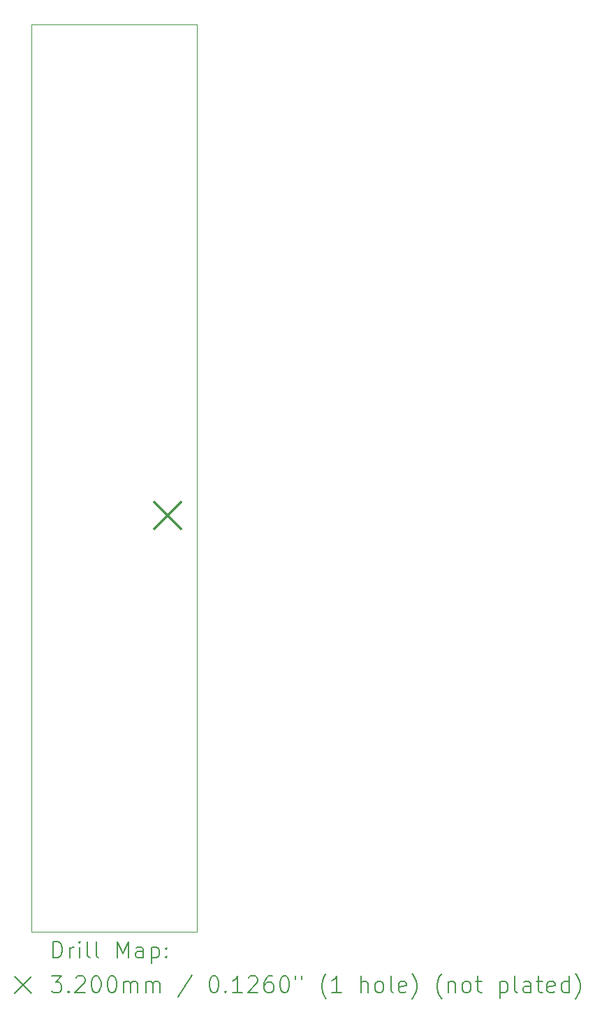
<source format=gbr>
%TF.GenerationSoftware,KiCad,Pcbnew,7.0.7-7.0.7~ubuntu22.04.1*%
%TF.CreationDate,2023-10-11T21:50:17+02:00*%
%TF.ProjectId,RP2040-VCO,52503230-3430-42d5-9643-4f2e6b696361,rev?*%
%TF.SameCoordinates,Original*%
%TF.FileFunction,Drillmap*%
%TF.FilePolarity,Positive*%
%FSLAX45Y45*%
G04 Gerber Fmt 4.5, Leading zero omitted, Abs format (unit mm)*
G04 Created by KiCad (PCBNEW 7.0.7-7.0.7~ubuntu22.04.1) date 2023-10-11 21:50:17*
%MOMM*%
%LPD*%
G01*
G04 APERTURE LIST*
%ADD10C,0.050000*%
%ADD11C,0.200000*%
%ADD12C,0.320000*%
G04 APERTURE END LIST*
D10*
X7150000Y-3650000D02*
X7150000Y-14650000D01*
X5150000Y-3650000D02*
X5150000Y-14650000D01*
X5150000Y-14650000D02*
X7150000Y-14650000D01*
X5150000Y-3650000D02*
X7150000Y-3650000D01*
D11*
D12*
X6640000Y-9440000D02*
X6960000Y-9760000D01*
X6960000Y-9440000D02*
X6640000Y-9760000D01*
D11*
X5408277Y-14963984D02*
X5408277Y-14763984D01*
X5408277Y-14763984D02*
X5455896Y-14763984D01*
X5455896Y-14763984D02*
X5484467Y-14773508D01*
X5484467Y-14773508D02*
X5503515Y-14792555D01*
X5503515Y-14792555D02*
X5513039Y-14811603D01*
X5513039Y-14811603D02*
X5522563Y-14849698D01*
X5522563Y-14849698D02*
X5522563Y-14878269D01*
X5522563Y-14878269D02*
X5513039Y-14916365D01*
X5513039Y-14916365D02*
X5503515Y-14935412D01*
X5503515Y-14935412D02*
X5484467Y-14954460D01*
X5484467Y-14954460D02*
X5455896Y-14963984D01*
X5455896Y-14963984D02*
X5408277Y-14963984D01*
X5608277Y-14963984D02*
X5608277Y-14830650D01*
X5608277Y-14868746D02*
X5617801Y-14849698D01*
X5617801Y-14849698D02*
X5627324Y-14840174D01*
X5627324Y-14840174D02*
X5646372Y-14830650D01*
X5646372Y-14830650D02*
X5665420Y-14830650D01*
X5732086Y-14963984D02*
X5732086Y-14830650D01*
X5732086Y-14763984D02*
X5722562Y-14773508D01*
X5722562Y-14773508D02*
X5732086Y-14783031D01*
X5732086Y-14783031D02*
X5741610Y-14773508D01*
X5741610Y-14773508D02*
X5732086Y-14763984D01*
X5732086Y-14763984D02*
X5732086Y-14783031D01*
X5855896Y-14963984D02*
X5836848Y-14954460D01*
X5836848Y-14954460D02*
X5827324Y-14935412D01*
X5827324Y-14935412D02*
X5827324Y-14763984D01*
X5960658Y-14963984D02*
X5941610Y-14954460D01*
X5941610Y-14954460D02*
X5932086Y-14935412D01*
X5932086Y-14935412D02*
X5932086Y-14763984D01*
X6189229Y-14963984D02*
X6189229Y-14763984D01*
X6189229Y-14763984D02*
X6255896Y-14906841D01*
X6255896Y-14906841D02*
X6322562Y-14763984D01*
X6322562Y-14763984D02*
X6322562Y-14963984D01*
X6503515Y-14963984D02*
X6503515Y-14859222D01*
X6503515Y-14859222D02*
X6493991Y-14840174D01*
X6493991Y-14840174D02*
X6474943Y-14830650D01*
X6474943Y-14830650D02*
X6436848Y-14830650D01*
X6436848Y-14830650D02*
X6417801Y-14840174D01*
X6503515Y-14954460D02*
X6484467Y-14963984D01*
X6484467Y-14963984D02*
X6436848Y-14963984D01*
X6436848Y-14963984D02*
X6417801Y-14954460D01*
X6417801Y-14954460D02*
X6408277Y-14935412D01*
X6408277Y-14935412D02*
X6408277Y-14916365D01*
X6408277Y-14916365D02*
X6417801Y-14897317D01*
X6417801Y-14897317D02*
X6436848Y-14887793D01*
X6436848Y-14887793D02*
X6484467Y-14887793D01*
X6484467Y-14887793D02*
X6503515Y-14878269D01*
X6598753Y-14830650D02*
X6598753Y-15030650D01*
X6598753Y-14840174D02*
X6617801Y-14830650D01*
X6617801Y-14830650D02*
X6655896Y-14830650D01*
X6655896Y-14830650D02*
X6674943Y-14840174D01*
X6674943Y-14840174D02*
X6684467Y-14849698D01*
X6684467Y-14849698D02*
X6693991Y-14868746D01*
X6693991Y-14868746D02*
X6693991Y-14925888D01*
X6693991Y-14925888D02*
X6684467Y-14944936D01*
X6684467Y-14944936D02*
X6674943Y-14954460D01*
X6674943Y-14954460D02*
X6655896Y-14963984D01*
X6655896Y-14963984D02*
X6617801Y-14963984D01*
X6617801Y-14963984D02*
X6598753Y-14954460D01*
X6779705Y-14944936D02*
X6789229Y-14954460D01*
X6789229Y-14954460D02*
X6779705Y-14963984D01*
X6779705Y-14963984D02*
X6770182Y-14954460D01*
X6770182Y-14954460D02*
X6779705Y-14944936D01*
X6779705Y-14944936D02*
X6779705Y-14963984D01*
X6779705Y-14840174D02*
X6789229Y-14849698D01*
X6789229Y-14849698D02*
X6779705Y-14859222D01*
X6779705Y-14859222D02*
X6770182Y-14849698D01*
X6770182Y-14849698D02*
X6779705Y-14840174D01*
X6779705Y-14840174D02*
X6779705Y-14859222D01*
X4947500Y-15192500D02*
X5147500Y-15392500D01*
X5147500Y-15192500D02*
X4947500Y-15392500D01*
X5389229Y-15183984D02*
X5513039Y-15183984D01*
X5513039Y-15183984D02*
X5446372Y-15260174D01*
X5446372Y-15260174D02*
X5474944Y-15260174D01*
X5474944Y-15260174D02*
X5493991Y-15269698D01*
X5493991Y-15269698D02*
X5503515Y-15279222D01*
X5503515Y-15279222D02*
X5513039Y-15298269D01*
X5513039Y-15298269D02*
X5513039Y-15345888D01*
X5513039Y-15345888D02*
X5503515Y-15364936D01*
X5503515Y-15364936D02*
X5493991Y-15374460D01*
X5493991Y-15374460D02*
X5474944Y-15383984D01*
X5474944Y-15383984D02*
X5417801Y-15383984D01*
X5417801Y-15383984D02*
X5398753Y-15374460D01*
X5398753Y-15374460D02*
X5389229Y-15364936D01*
X5598753Y-15364936D02*
X5608277Y-15374460D01*
X5608277Y-15374460D02*
X5598753Y-15383984D01*
X5598753Y-15383984D02*
X5589229Y-15374460D01*
X5589229Y-15374460D02*
X5598753Y-15364936D01*
X5598753Y-15364936D02*
X5598753Y-15383984D01*
X5684467Y-15203031D02*
X5693991Y-15193508D01*
X5693991Y-15193508D02*
X5713039Y-15183984D01*
X5713039Y-15183984D02*
X5760658Y-15183984D01*
X5760658Y-15183984D02*
X5779705Y-15193508D01*
X5779705Y-15193508D02*
X5789229Y-15203031D01*
X5789229Y-15203031D02*
X5798753Y-15222079D01*
X5798753Y-15222079D02*
X5798753Y-15241127D01*
X5798753Y-15241127D02*
X5789229Y-15269698D01*
X5789229Y-15269698D02*
X5674943Y-15383984D01*
X5674943Y-15383984D02*
X5798753Y-15383984D01*
X5922562Y-15183984D02*
X5941610Y-15183984D01*
X5941610Y-15183984D02*
X5960658Y-15193508D01*
X5960658Y-15193508D02*
X5970182Y-15203031D01*
X5970182Y-15203031D02*
X5979705Y-15222079D01*
X5979705Y-15222079D02*
X5989229Y-15260174D01*
X5989229Y-15260174D02*
X5989229Y-15307793D01*
X5989229Y-15307793D02*
X5979705Y-15345888D01*
X5979705Y-15345888D02*
X5970182Y-15364936D01*
X5970182Y-15364936D02*
X5960658Y-15374460D01*
X5960658Y-15374460D02*
X5941610Y-15383984D01*
X5941610Y-15383984D02*
X5922562Y-15383984D01*
X5922562Y-15383984D02*
X5903515Y-15374460D01*
X5903515Y-15374460D02*
X5893991Y-15364936D01*
X5893991Y-15364936D02*
X5884467Y-15345888D01*
X5884467Y-15345888D02*
X5874943Y-15307793D01*
X5874943Y-15307793D02*
X5874943Y-15260174D01*
X5874943Y-15260174D02*
X5884467Y-15222079D01*
X5884467Y-15222079D02*
X5893991Y-15203031D01*
X5893991Y-15203031D02*
X5903515Y-15193508D01*
X5903515Y-15193508D02*
X5922562Y-15183984D01*
X6113039Y-15183984D02*
X6132086Y-15183984D01*
X6132086Y-15183984D02*
X6151134Y-15193508D01*
X6151134Y-15193508D02*
X6160658Y-15203031D01*
X6160658Y-15203031D02*
X6170182Y-15222079D01*
X6170182Y-15222079D02*
X6179705Y-15260174D01*
X6179705Y-15260174D02*
X6179705Y-15307793D01*
X6179705Y-15307793D02*
X6170182Y-15345888D01*
X6170182Y-15345888D02*
X6160658Y-15364936D01*
X6160658Y-15364936D02*
X6151134Y-15374460D01*
X6151134Y-15374460D02*
X6132086Y-15383984D01*
X6132086Y-15383984D02*
X6113039Y-15383984D01*
X6113039Y-15383984D02*
X6093991Y-15374460D01*
X6093991Y-15374460D02*
X6084467Y-15364936D01*
X6084467Y-15364936D02*
X6074943Y-15345888D01*
X6074943Y-15345888D02*
X6065420Y-15307793D01*
X6065420Y-15307793D02*
X6065420Y-15260174D01*
X6065420Y-15260174D02*
X6074943Y-15222079D01*
X6074943Y-15222079D02*
X6084467Y-15203031D01*
X6084467Y-15203031D02*
X6093991Y-15193508D01*
X6093991Y-15193508D02*
X6113039Y-15183984D01*
X6265420Y-15383984D02*
X6265420Y-15250650D01*
X6265420Y-15269698D02*
X6274943Y-15260174D01*
X6274943Y-15260174D02*
X6293991Y-15250650D01*
X6293991Y-15250650D02*
X6322563Y-15250650D01*
X6322563Y-15250650D02*
X6341610Y-15260174D01*
X6341610Y-15260174D02*
X6351134Y-15279222D01*
X6351134Y-15279222D02*
X6351134Y-15383984D01*
X6351134Y-15279222D02*
X6360658Y-15260174D01*
X6360658Y-15260174D02*
X6379705Y-15250650D01*
X6379705Y-15250650D02*
X6408277Y-15250650D01*
X6408277Y-15250650D02*
X6427324Y-15260174D01*
X6427324Y-15260174D02*
X6436848Y-15279222D01*
X6436848Y-15279222D02*
X6436848Y-15383984D01*
X6532086Y-15383984D02*
X6532086Y-15250650D01*
X6532086Y-15269698D02*
X6541610Y-15260174D01*
X6541610Y-15260174D02*
X6560658Y-15250650D01*
X6560658Y-15250650D02*
X6589229Y-15250650D01*
X6589229Y-15250650D02*
X6608277Y-15260174D01*
X6608277Y-15260174D02*
X6617801Y-15279222D01*
X6617801Y-15279222D02*
X6617801Y-15383984D01*
X6617801Y-15279222D02*
X6627324Y-15260174D01*
X6627324Y-15260174D02*
X6646372Y-15250650D01*
X6646372Y-15250650D02*
X6674943Y-15250650D01*
X6674943Y-15250650D02*
X6693991Y-15260174D01*
X6693991Y-15260174D02*
X6703515Y-15279222D01*
X6703515Y-15279222D02*
X6703515Y-15383984D01*
X7093991Y-15174460D02*
X6922563Y-15431603D01*
X7351134Y-15183984D02*
X7370182Y-15183984D01*
X7370182Y-15183984D02*
X7389229Y-15193508D01*
X7389229Y-15193508D02*
X7398753Y-15203031D01*
X7398753Y-15203031D02*
X7408277Y-15222079D01*
X7408277Y-15222079D02*
X7417801Y-15260174D01*
X7417801Y-15260174D02*
X7417801Y-15307793D01*
X7417801Y-15307793D02*
X7408277Y-15345888D01*
X7408277Y-15345888D02*
X7398753Y-15364936D01*
X7398753Y-15364936D02*
X7389229Y-15374460D01*
X7389229Y-15374460D02*
X7370182Y-15383984D01*
X7370182Y-15383984D02*
X7351134Y-15383984D01*
X7351134Y-15383984D02*
X7332086Y-15374460D01*
X7332086Y-15374460D02*
X7322563Y-15364936D01*
X7322563Y-15364936D02*
X7313039Y-15345888D01*
X7313039Y-15345888D02*
X7303515Y-15307793D01*
X7303515Y-15307793D02*
X7303515Y-15260174D01*
X7303515Y-15260174D02*
X7313039Y-15222079D01*
X7313039Y-15222079D02*
X7322563Y-15203031D01*
X7322563Y-15203031D02*
X7332086Y-15193508D01*
X7332086Y-15193508D02*
X7351134Y-15183984D01*
X7503515Y-15364936D02*
X7513039Y-15374460D01*
X7513039Y-15374460D02*
X7503515Y-15383984D01*
X7503515Y-15383984D02*
X7493991Y-15374460D01*
X7493991Y-15374460D02*
X7503515Y-15364936D01*
X7503515Y-15364936D02*
X7503515Y-15383984D01*
X7703515Y-15383984D02*
X7589229Y-15383984D01*
X7646372Y-15383984D02*
X7646372Y-15183984D01*
X7646372Y-15183984D02*
X7627325Y-15212555D01*
X7627325Y-15212555D02*
X7608277Y-15231603D01*
X7608277Y-15231603D02*
X7589229Y-15241127D01*
X7779706Y-15203031D02*
X7789229Y-15193508D01*
X7789229Y-15193508D02*
X7808277Y-15183984D01*
X7808277Y-15183984D02*
X7855896Y-15183984D01*
X7855896Y-15183984D02*
X7874944Y-15193508D01*
X7874944Y-15193508D02*
X7884467Y-15203031D01*
X7884467Y-15203031D02*
X7893991Y-15222079D01*
X7893991Y-15222079D02*
X7893991Y-15241127D01*
X7893991Y-15241127D02*
X7884467Y-15269698D01*
X7884467Y-15269698D02*
X7770182Y-15383984D01*
X7770182Y-15383984D02*
X7893991Y-15383984D01*
X8065420Y-15183984D02*
X8027325Y-15183984D01*
X8027325Y-15183984D02*
X8008277Y-15193508D01*
X8008277Y-15193508D02*
X7998753Y-15203031D01*
X7998753Y-15203031D02*
X7979706Y-15231603D01*
X7979706Y-15231603D02*
X7970182Y-15269698D01*
X7970182Y-15269698D02*
X7970182Y-15345888D01*
X7970182Y-15345888D02*
X7979706Y-15364936D01*
X7979706Y-15364936D02*
X7989229Y-15374460D01*
X7989229Y-15374460D02*
X8008277Y-15383984D01*
X8008277Y-15383984D02*
X8046372Y-15383984D01*
X8046372Y-15383984D02*
X8065420Y-15374460D01*
X8065420Y-15374460D02*
X8074944Y-15364936D01*
X8074944Y-15364936D02*
X8084467Y-15345888D01*
X8084467Y-15345888D02*
X8084467Y-15298269D01*
X8084467Y-15298269D02*
X8074944Y-15279222D01*
X8074944Y-15279222D02*
X8065420Y-15269698D01*
X8065420Y-15269698D02*
X8046372Y-15260174D01*
X8046372Y-15260174D02*
X8008277Y-15260174D01*
X8008277Y-15260174D02*
X7989229Y-15269698D01*
X7989229Y-15269698D02*
X7979706Y-15279222D01*
X7979706Y-15279222D02*
X7970182Y-15298269D01*
X8208277Y-15183984D02*
X8227325Y-15183984D01*
X8227325Y-15183984D02*
X8246372Y-15193508D01*
X8246372Y-15193508D02*
X8255896Y-15203031D01*
X8255896Y-15203031D02*
X8265420Y-15222079D01*
X8265420Y-15222079D02*
X8274944Y-15260174D01*
X8274944Y-15260174D02*
X8274944Y-15307793D01*
X8274944Y-15307793D02*
X8265420Y-15345888D01*
X8265420Y-15345888D02*
X8255896Y-15364936D01*
X8255896Y-15364936D02*
X8246372Y-15374460D01*
X8246372Y-15374460D02*
X8227325Y-15383984D01*
X8227325Y-15383984D02*
X8208277Y-15383984D01*
X8208277Y-15383984D02*
X8189229Y-15374460D01*
X8189229Y-15374460D02*
X8179706Y-15364936D01*
X8179706Y-15364936D02*
X8170182Y-15345888D01*
X8170182Y-15345888D02*
X8160658Y-15307793D01*
X8160658Y-15307793D02*
X8160658Y-15260174D01*
X8160658Y-15260174D02*
X8170182Y-15222079D01*
X8170182Y-15222079D02*
X8179706Y-15203031D01*
X8179706Y-15203031D02*
X8189229Y-15193508D01*
X8189229Y-15193508D02*
X8208277Y-15183984D01*
X8351134Y-15183984D02*
X8351134Y-15222079D01*
X8427325Y-15183984D02*
X8427325Y-15222079D01*
X8722563Y-15460174D02*
X8713039Y-15450650D01*
X8713039Y-15450650D02*
X8693991Y-15422079D01*
X8693991Y-15422079D02*
X8684468Y-15403031D01*
X8684468Y-15403031D02*
X8674944Y-15374460D01*
X8674944Y-15374460D02*
X8665420Y-15326841D01*
X8665420Y-15326841D02*
X8665420Y-15288746D01*
X8665420Y-15288746D02*
X8674944Y-15241127D01*
X8674944Y-15241127D02*
X8684468Y-15212555D01*
X8684468Y-15212555D02*
X8693991Y-15193508D01*
X8693991Y-15193508D02*
X8713039Y-15164936D01*
X8713039Y-15164936D02*
X8722563Y-15155412D01*
X8903515Y-15383984D02*
X8789230Y-15383984D01*
X8846372Y-15383984D02*
X8846372Y-15183984D01*
X8846372Y-15183984D02*
X8827325Y-15212555D01*
X8827325Y-15212555D02*
X8808277Y-15231603D01*
X8808277Y-15231603D02*
X8789230Y-15241127D01*
X9141611Y-15383984D02*
X9141611Y-15183984D01*
X9227325Y-15383984D02*
X9227325Y-15279222D01*
X9227325Y-15279222D02*
X9217801Y-15260174D01*
X9217801Y-15260174D02*
X9198753Y-15250650D01*
X9198753Y-15250650D02*
X9170182Y-15250650D01*
X9170182Y-15250650D02*
X9151134Y-15260174D01*
X9151134Y-15260174D02*
X9141611Y-15269698D01*
X9351134Y-15383984D02*
X9332087Y-15374460D01*
X9332087Y-15374460D02*
X9322563Y-15364936D01*
X9322563Y-15364936D02*
X9313039Y-15345888D01*
X9313039Y-15345888D02*
X9313039Y-15288746D01*
X9313039Y-15288746D02*
X9322563Y-15269698D01*
X9322563Y-15269698D02*
X9332087Y-15260174D01*
X9332087Y-15260174D02*
X9351134Y-15250650D01*
X9351134Y-15250650D02*
X9379706Y-15250650D01*
X9379706Y-15250650D02*
X9398753Y-15260174D01*
X9398753Y-15260174D02*
X9408277Y-15269698D01*
X9408277Y-15269698D02*
X9417801Y-15288746D01*
X9417801Y-15288746D02*
X9417801Y-15345888D01*
X9417801Y-15345888D02*
X9408277Y-15364936D01*
X9408277Y-15364936D02*
X9398753Y-15374460D01*
X9398753Y-15374460D02*
X9379706Y-15383984D01*
X9379706Y-15383984D02*
X9351134Y-15383984D01*
X9532087Y-15383984D02*
X9513039Y-15374460D01*
X9513039Y-15374460D02*
X9503515Y-15355412D01*
X9503515Y-15355412D02*
X9503515Y-15183984D01*
X9684468Y-15374460D02*
X9665420Y-15383984D01*
X9665420Y-15383984D02*
X9627325Y-15383984D01*
X9627325Y-15383984D02*
X9608277Y-15374460D01*
X9608277Y-15374460D02*
X9598753Y-15355412D01*
X9598753Y-15355412D02*
X9598753Y-15279222D01*
X9598753Y-15279222D02*
X9608277Y-15260174D01*
X9608277Y-15260174D02*
X9627325Y-15250650D01*
X9627325Y-15250650D02*
X9665420Y-15250650D01*
X9665420Y-15250650D02*
X9684468Y-15260174D01*
X9684468Y-15260174D02*
X9693992Y-15279222D01*
X9693992Y-15279222D02*
X9693992Y-15298269D01*
X9693992Y-15298269D02*
X9598753Y-15317317D01*
X9760658Y-15460174D02*
X9770182Y-15450650D01*
X9770182Y-15450650D02*
X9789230Y-15422079D01*
X9789230Y-15422079D02*
X9798753Y-15403031D01*
X9798753Y-15403031D02*
X9808277Y-15374460D01*
X9808277Y-15374460D02*
X9817801Y-15326841D01*
X9817801Y-15326841D02*
X9817801Y-15288746D01*
X9817801Y-15288746D02*
X9808277Y-15241127D01*
X9808277Y-15241127D02*
X9798753Y-15212555D01*
X9798753Y-15212555D02*
X9789230Y-15193508D01*
X9789230Y-15193508D02*
X9770182Y-15164936D01*
X9770182Y-15164936D02*
X9760658Y-15155412D01*
X10122563Y-15460174D02*
X10113039Y-15450650D01*
X10113039Y-15450650D02*
X10093992Y-15422079D01*
X10093992Y-15422079D02*
X10084468Y-15403031D01*
X10084468Y-15403031D02*
X10074944Y-15374460D01*
X10074944Y-15374460D02*
X10065420Y-15326841D01*
X10065420Y-15326841D02*
X10065420Y-15288746D01*
X10065420Y-15288746D02*
X10074944Y-15241127D01*
X10074944Y-15241127D02*
X10084468Y-15212555D01*
X10084468Y-15212555D02*
X10093992Y-15193508D01*
X10093992Y-15193508D02*
X10113039Y-15164936D01*
X10113039Y-15164936D02*
X10122563Y-15155412D01*
X10198753Y-15250650D02*
X10198753Y-15383984D01*
X10198753Y-15269698D02*
X10208277Y-15260174D01*
X10208277Y-15260174D02*
X10227325Y-15250650D01*
X10227325Y-15250650D02*
X10255896Y-15250650D01*
X10255896Y-15250650D02*
X10274944Y-15260174D01*
X10274944Y-15260174D02*
X10284468Y-15279222D01*
X10284468Y-15279222D02*
X10284468Y-15383984D01*
X10408277Y-15383984D02*
X10389230Y-15374460D01*
X10389230Y-15374460D02*
X10379706Y-15364936D01*
X10379706Y-15364936D02*
X10370182Y-15345888D01*
X10370182Y-15345888D02*
X10370182Y-15288746D01*
X10370182Y-15288746D02*
X10379706Y-15269698D01*
X10379706Y-15269698D02*
X10389230Y-15260174D01*
X10389230Y-15260174D02*
X10408277Y-15250650D01*
X10408277Y-15250650D02*
X10436849Y-15250650D01*
X10436849Y-15250650D02*
X10455896Y-15260174D01*
X10455896Y-15260174D02*
X10465420Y-15269698D01*
X10465420Y-15269698D02*
X10474944Y-15288746D01*
X10474944Y-15288746D02*
X10474944Y-15345888D01*
X10474944Y-15345888D02*
X10465420Y-15364936D01*
X10465420Y-15364936D02*
X10455896Y-15374460D01*
X10455896Y-15374460D02*
X10436849Y-15383984D01*
X10436849Y-15383984D02*
X10408277Y-15383984D01*
X10532087Y-15250650D02*
X10608277Y-15250650D01*
X10560658Y-15183984D02*
X10560658Y-15355412D01*
X10560658Y-15355412D02*
X10570182Y-15374460D01*
X10570182Y-15374460D02*
X10589230Y-15383984D01*
X10589230Y-15383984D02*
X10608277Y-15383984D01*
X10827325Y-15250650D02*
X10827325Y-15450650D01*
X10827325Y-15260174D02*
X10846373Y-15250650D01*
X10846373Y-15250650D02*
X10884468Y-15250650D01*
X10884468Y-15250650D02*
X10903515Y-15260174D01*
X10903515Y-15260174D02*
X10913039Y-15269698D01*
X10913039Y-15269698D02*
X10922563Y-15288746D01*
X10922563Y-15288746D02*
X10922563Y-15345888D01*
X10922563Y-15345888D02*
X10913039Y-15364936D01*
X10913039Y-15364936D02*
X10903515Y-15374460D01*
X10903515Y-15374460D02*
X10884468Y-15383984D01*
X10884468Y-15383984D02*
X10846373Y-15383984D01*
X10846373Y-15383984D02*
X10827325Y-15374460D01*
X11036849Y-15383984D02*
X11017801Y-15374460D01*
X11017801Y-15374460D02*
X11008277Y-15355412D01*
X11008277Y-15355412D02*
X11008277Y-15183984D01*
X11198753Y-15383984D02*
X11198753Y-15279222D01*
X11198753Y-15279222D02*
X11189230Y-15260174D01*
X11189230Y-15260174D02*
X11170182Y-15250650D01*
X11170182Y-15250650D02*
X11132087Y-15250650D01*
X11132087Y-15250650D02*
X11113039Y-15260174D01*
X11198753Y-15374460D02*
X11179706Y-15383984D01*
X11179706Y-15383984D02*
X11132087Y-15383984D01*
X11132087Y-15383984D02*
X11113039Y-15374460D01*
X11113039Y-15374460D02*
X11103515Y-15355412D01*
X11103515Y-15355412D02*
X11103515Y-15336365D01*
X11103515Y-15336365D02*
X11113039Y-15317317D01*
X11113039Y-15317317D02*
X11132087Y-15307793D01*
X11132087Y-15307793D02*
X11179706Y-15307793D01*
X11179706Y-15307793D02*
X11198753Y-15298269D01*
X11265420Y-15250650D02*
X11341611Y-15250650D01*
X11293992Y-15183984D02*
X11293992Y-15355412D01*
X11293992Y-15355412D02*
X11303515Y-15374460D01*
X11303515Y-15374460D02*
X11322563Y-15383984D01*
X11322563Y-15383984D02*
X11341611Y-15383984D01*
X11484468Y-15374460D02*
X11465420Y-15383984D01*
X11465420Y-15383984D02*
X11427325Y-15383984D01*
X11427325Y-15383984D02*
X11408277Y-15374460D01*
X11408277Y-15374460D02*
X11398753Y-15355412D01*
X11398753Y-15355412D02*
X11398753Y-15279222D01*
X11398753Y-15279222D02*
X11408277Y-15260174D01*
X11408277Y-15260174D02*
X11427325Y-15250650D01*
X11427325Y-15250650D02*
X11465420Y-15250650D01*
X11465420Y-15250650D02*
X11484468Y-15260174D01*
X11484468Y-15260174D02*
X11493992Y-15279222D01*
X11493992Y-15279222D02*
X11493992Y-15298269D01*
X11493992Y-15298269D02*
X11398753Y-15317317D01*
X11665420Y-15383984D02*
X11665420Y-15183984D01*
X11665420Y-15374460D02*
X11646373Y-15383984D01*
X11646373Y-15383984D02*
X11608277Y-15383984D01*
X11608277Y-15383984D02*
X11589230Y-15374460D01*
X11589230Y-15374460D02*
X11579706Y-15364936D01*
X11579706Y-15364936D02*
X11570182Y-15345888D01*
X11570182Y-15345888D02*
X11570182Y-15288746D01*
X11570182Y-15288746D02*
X11579706Y-15269698D01*
X11579706Y-15269698D02*
X11589230Y-15260174D01*
X11589230Y-15260174D02*
X11608277Y-15250650D01*
X11608277Y-15250650D02*
X11646373Y-15250650D01*
X11646373Y-15250650D02*
X11665420Y-15260174D01*
X11741611Y-15460174D02*
X11751134Y-15450650D01*
X11751134Y-15450650D02*
X11770182Y-15422079D01*
X11770182Y-15422079D02*
X11779706Y-15403031D01*
X11779706Y-15403031D02*
X11789230Y-15374460D01*
X11789230Y-15374460D02*
X11798753Y-15326841D01*
X11798753Y-15326841D02*
X11798753Y-15288746D01*
X11798753Y-15288746D02*
X11789230Y-15241127D01*
X11789230Y-15241127D02*
X11779706Y-15212555D01*
X11779706Y-15212555D02*
X11770182Y-15193508D01*
X11770182Y-15193508D02*
X11751134Y-15164936D01*
X11751134Y-15164936D02*
X11741611Y-15155412D01*
M02*

</source>
